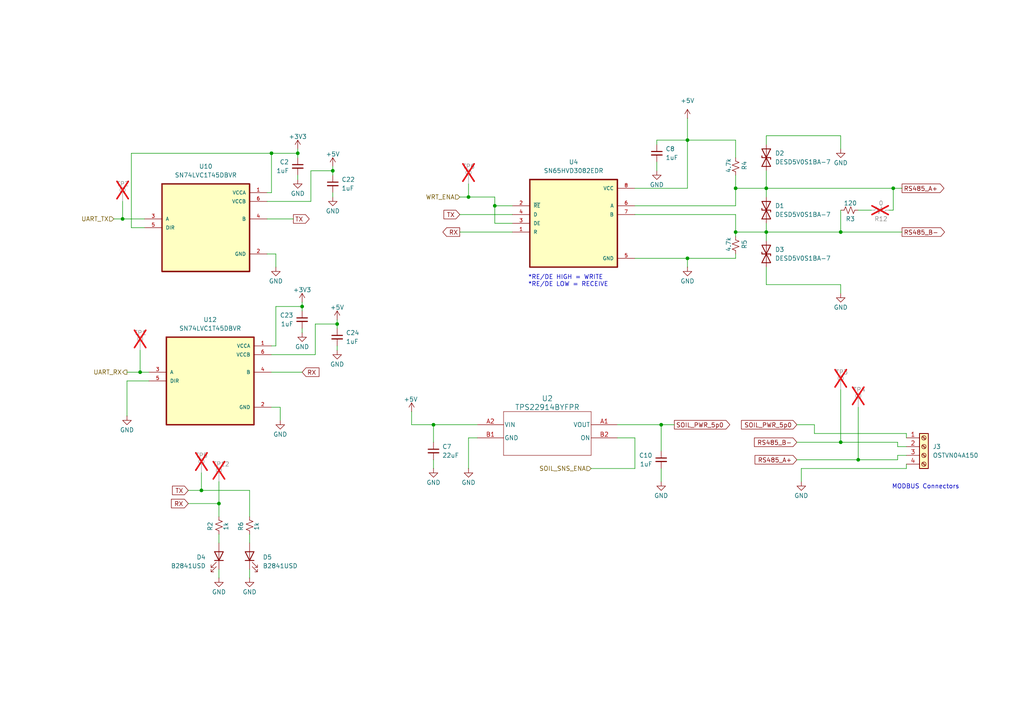
<source format=kicad_sch>
(kicad_sch (version 20250114) (generator "eeschema") (generator_version "9.0")
  (paper "A4")
  (title_block (title "SproutSyncProto-A-01") (date "2025-07-16") (rev "0.1") (company "SproutSync LTD") (comment 1 "ALL RIGHTS RESERVED") (comment 2 "Drawn By: Thomas Sweeney") (comment 3 "R&D Check:") (comment 4 "MFG Check:"))
  (lib_symbols
    (symbol "Connector:Screw_Terminal_01x04" (pin_names (offset 1.016) (hide yes))
      (property "Reference" "J" (at 0 5.08 0))
      (property "Value" "Screw_Terminal_01x04" (at 0 -7.62 0))
      (symbol "Screw_Terminal_01x04_1_1"
        (rectangle (start -1.27 3.81) (end 1.27 -6.35) (stroke (width 0.254)) (fill (type background)))
        (polyline (pts (xy -0.5334 2.8702) (xy 0.3302 2.032)) (stroke (width 0.1524)))
        (polyline (pts (xy -0.5334 0.3302) (xy 0.3302 -0.508)) (stroke (width 0.1524)))
        (polyline (pts (xy -0.5334 -2.2098) (xy 0.3302 -3.048)) (stroke (width 0.1524)))
        (polyline (pts (xy -0.5334 -4.7498) (xy 0.3302 -5.588)) (stroke (width 0.1524)))
        (polyline (pts (xy -0.3556 3.048) (xy 0.508 2.2098)) (stroke (width 0.1524)))
        (polyline (pts (xy -0.3556 0.508) (xy 0.508 -0.3302)) (stroke (width 0.1524)))
        (polyline (pts (xy -0.3556 -2.032) (xy 0.508 -2.8702)) (stroke (width 0.1524)))
        (polyline (pts (xy -0.3556 -4.572) (xy 0.508 -5.4102)) (stroke (width 0.1524)))
        (circle (center 0 2.54) (radius 0.635) (stroke (width 0.1524)))
        (circle (center 0 0) (radius 0.635) (stroke (width 0.1524)))
        (circle (center 0 -2.54) (radius 0.635) (stroke (width 0.1524)))
        (circle (center 0 -5.08) (radius 0.635) (stroke (width 0.1524)))
        (pin passive line (at -5.08 2.54 0) (length 3.81) (name "Pin_1") (number "1"))
        (pin passive line (at -5.08 0 0) (length 3.81) (name "Pin_2") (number "2"))
        (pin passive line (at -5.08 -2.54 0) (length 3.81) (name "Pin_3") (number "3"))
        (pin passive line (at -5.08 -5.08 0) (length 3.81) (name "Pin_4") (number "4"))
      )
    )
    (symbol "Connector:TestPoint" (pin_numbers (hide yes)) (pin_names (offset 0.762) (hide yes))
      (property "Reference" "TP" (at 0 6.858 0))
      (property "Value" "TestPoint" (at 0 5.08 0))
      (symbol "TestPoint_0_1"
        (circle (center 0 3.302) (radius 0.762))
      )
      (symbol "TestPoint_1_1"
        (pin passive line (at 0 0 90) (length 2.54) (name "1") (number "1"))
      )
    )
    (symbol "Device:C_Small" (pin_numbers (hide yes)) (pin_names (offset 0.254) (hide yes))
      (property "Reference" "C" (at 0.254 1.778 0))
      (property "Value" "C_Small" (at 0.254 -2.032 0))
      (symbol "C_Small_0_1"
        (polyline (pts (xy -1.524 0.508) (xy 1.524 0.508)) (stroke (width 0.3048)))
        (polyline (pts (xy -1.524 -0.508) (xy 1.524 -0.508)) (stroke (width 0.3302)))
      )
      (symbol "C_Small_1_1"
        (pin passive line (at 0 2.54 270) (length 2.032) (name "~") (number "1"))
        (pin passive line (at 0 -2.54 90) (length 2.032) (name "~") (number "2"))
      )
    )
    (symbol "Device:D_TVS" (pin_numbers (hide yes)) (pin_names (offset 1.016) (hide yes))
      (property "Reference" "D" (at 0 2.54 0))
      (property "Value" "D_TVS" (at 0 -2.54 0))
      (symbol "D_TVS_0_1"
        (polyline (pts (xy -2.54 1.27) (xy -2.54 -1.27) (xy 2.54 1.27) (xy 2.54 -1.27) (xy -2.54 1.27)) (stroke (width 0.254)))
        (polyline (pts (xy 0.508 1.27) (xy 0 1.27) (xy 0 -1.27) (xy -0.508 -1.27)) (stroke (width 0.254)))
        (polyline (pts (xy 1.27 0) (xy -1.27 0)))
      )
      (symbol "D_TVS_1_1"
        (pin passive line (at -3.81 0 0) (length 2.54) (name "A1") (number "1"))
        (pin passive line (at 3.81 0 180) (length 2.54) (name "A2") (number "2"))
      )
    )
    (symbol "Device:LED" (pin_numbers (hide yes)) (pin_names (offset 1.016) (hide yes))
      (property "Reference" "D" (at 0 2.54 0))
      (property "Value" "LED" (at 0 -2.54 0))
      (symbol "LED_0_1"
        (polyline (pts (xy -3.048 -0.762) (xy -4.572 -2.286) (xy -3.81 -2.286) (xy -4.572 -2.286) (xy -4.572 -1.524)))
        (polyline (pts (xy -1.778 -0.762) (xy -3.302 -2.286) (xy -2.54 -2.286) (xy -3.302 -2.286) (xy -3.302 -1.524)))
        (polyline (pts (xy -1.27 0) (xy 1.27 0)))
        (polyline (pts (xy -1.27 -1.27) (xy -1.27 1.27)) (stroke (width 0.254)))
        (polyline (pts (xy 1.27 -1.27) (xy 1.27 1.27) (xy -1.27 0) (xy 1.27 -1.27)) (stroke (width 0.254)))
      )
      (symbol "LED_1_1"
        (pin passive line (at -3.81 0 0) (length 2.54) (name "K") (number "1"))
        (pin passive line (at 3.81 0 180) (length 2.54) (name "A") (number "2"))
      )
    )
    (symbol "Device:R_Small_US" (pin_numbers (hide yes)) (pin_names (offset 0.254) (hide yes))
      (property "Reference" "R" (at 0.762 0.508 0))
      (property "Value" "R_Small_US" (at 0.762 -1.016 0))
      (symbol "R_Small_US_1_1"
        (polyline (pts (xy 0 1.524) (xy 1.016 1.143) (xy 0 0.762) (xy -1.016 0.381) (xy 0 0)))
        (polyline (pts (xy 0 0) (xy 1.016 -0.381) (xy 0 -0.762) (xy -1.016 -1.143) (xy 0 -1.524)))
        (pin passive line (at 0 2.54 270) (length 1.016) (name "~") (number "1"))
        (pin passive line (at 0 -2.54 90) (length 1.016) (name "~") (number "2"))
      )
    )
    (symbol "SproutSense:SN65HVD3082EDR" (pin_names (offset 1.016))
      (property "Reference" "U" (at -12.7 13.7 0))
      (property "Value" "SN65HVD3082EDR" (at -12.7 -16.7 0))
      (symbol "SN65HVD3082EDR_0_0"
        (rectangle (start -12.7 -12.7) (end 12.7 12.7) (stroke (width 0.41)) (fill (type background)))
        (pin input line (at -17.78 5.08 0) (length 5.08) (name "~{RE}") (number "2"))
        (pin input line (at -17.78 2.54 0) (length 5.08) (name "D") (number "4"))
        (pin input line (at -17.78 0 0) (length 5.08) (name "DE") (number "3"))
        (pin input line (at -17.78 -2.54 0) (length 5.08) (name "R") (number "1"))
        (pin power_in line (at 17.78 10.16 180) (length 5.08) (name "VCC") (number "8"))
        (pin output line (at 17.78 5.08 180) (length 5.08) (name "A") (number "6"))
        (pin output line (at 17.78 2.54 180) (length 5.08) (name "B") (number "7"))
        (pin power_in line (at 17.78 -10.16 180) (length 5.08) (name "GND") (number "5"))
      )
    )
    (symbol "SproutSense:SN74LVC1T45DBVR" (pin_names (offset 1.016))
      (property "Reference" "U" (at -12.7 13.7 0))
      (property "Value" "SN74LVC1T45DBVR" (at -12.7 -16.7 0))
      (symbol "SN74LVC1T45DBVR_0_0"
        (rectangle (start -12.7 -12.7) (end 12.7 12.7) (stroke (width 0.41)) (fill (type background)))
        (pin input line (at -17.78 2.54 0) (length 5.08) (name "A") (number "3"))
        (pin input line (at -17.78 0 0) (length 5.08) (name "DIR") (number "5"))
        (pin power_in line (at 17.78 10.16 180) (length 5.08) (name "VCCA") (number "1"))
        (pin power_in line (at 17.78 7.62 180) (length 5.08) (name "VCCB") (number "6"))
        (pin output line (at 17.78 2.54 180) (length 5.08) (name "B") (number "4"))
        (pin power_in line (at 17.78 -7.62 180) (length 5.08) (name "GND") (number "2"))
      )
    )
    (symbol "SproutSense:TPS22914BYFPR" (pin_names (offset 0.254))
      (property "Reference" "U" (at 0 10.16 0))
      (property "Value" "TPS22914BYFPR" (at 0 7.62 0))
      (symbol "TPS22914BYFPR_0_1"
        (polyline (pts (xy -12.7 5.08) (xy -12.7 -7.62)) (stroke (width 0.127)))
        (polyline (pts (xy -12.7 -7.62) (xy 12.7 -7.62)) (stroke (width 0.127)))
        (polyline (pts (xy 12.7 5.08) (xy -12.7 5.08)) (stroke (width 0.127)))
        (polyline (pts (xy 12.7 -7.62) (xy 12.7 5.08)) (stroke (width 0.127)))
        (pin input line (at -20.32 1.27 0) (length 7.62) (name "VIN") (number "A2"))
        (pin power_in line (at -20.32 -2.54 0) (length 7.62) (name "GND") (number "B1"))
        (pin output line (at 20.32 1.27 180) (length 7.62) (name "VOUT") (number "A1"))
        (pin input line (at 20.32 -2.54 180) (length 7.62) (name "ON") (number "B2"))
      )
    )
    (symbol "power:+3V3" (power) (pin_numbers (hide yes)) (pin_names (offset 0) (hide yes))
      (property "Value" "+3V3" (at 0 3.556 0))
      (symbol "+3V3_0_1"
        (polyline (pts (xy -0.762 1.27) (xy 0 2.54)))
        (polyline (pts (xy 0 2.54) (xy 0.762 1.27)))
        (polyline (pts (xy 0 0) (xy 0 2.54)))
      )
      (symbol "+3V3_1_1"
        (pin power_in line (at 0 0 90) (length 0) (name "~") (number "1"))
      )
    )
    (symbol "power:+5V" (power) (pin_numbers (hide yes)) (pin_names (offset 0) (hide yes))
      (property "Value" "+5V" (at 0 3.556 0))
      (symbol "+5V_0_1"
        (polyline (pts (xy -0.762 1.27) (xy 0 2.54)))
        (polyline (pts (xy 0 2.54) (xy 0.762 1.27)))
        (polyline (pts (xy 0 0) (xy 0 2.54)))
      )
      (symbol "+5V_1_1"
        (pin power_in line (at 0 0 90) (length 0) (name "~") (number "1"))
      )
    )
    (symbol "power:GND" (power) (pin_numbers (hide yes)) (pin_names (offset 0) (hide yes))
      (property "Value" "GND" (at 0 -3.81 0))
      (symbol "GND_0_1"
        (polyline (pts (xy 0 0) (xy 0 -1.27) (xy 1.27 -1.27) (xy 0 -2.54) (xy -1.27 -1.27) (xy 0 -1.27)))
      )
      (symbol "GND_1_1"
        (pin power_in line (at 0 0 270) (length 0) (name "~") (number "1"))
      )
    )
  )
  (text "*RE/DE HIGH = WRITE\n*RE/DE LOW = RECEIVE" (at 153.162 81.534 0) (effects (font (size 1.27 1.27)) (justify left)))
  (text "MODBUS Connectors" (at 268.478 141.224 0) (effects (font (size 1.27 1.27))))
  (junction (at 87.63 88.9))
  (junction (at 259.08 54.61))
  (junction (at 191.77 123.19))
  (junction (at 63.5 146.05))
  (junction (at 96.52 49.53))
  (junction (at 199.39 40.64))
  (junction (at 125.73 123.19))
  (junction (at 222.25 67.31))
  (junction (at 213.36 67.31))
  (junction (at 35.56 63.5))
  (junction (at 143.51 59.69))
  (junction (at 243.84 67.31))
  (junction (at 199.39 74.93))
  (junction (at 248.92 133.35))
  (junction (at 222.25 54.61))
  (junction (at 86.36 44.45))
  (junction (at 40.64 107.95))
  (junction (at 243.84 128.27))
  (junction (at 58.42 142.24))
  (junction (at 135.89 57.15))
  (junction (at 97.79 93.98))
  (junction (at 78.74 44.45))
  (junction (at 213.36 54.61))
  (wire (pts (xy 199.39 74.93) (xy 199.39 77.47)))
  (wire (pts (xy 90.17 49.53) (xy 96.52 49.53)))
  (wire (pts (xy 213.36 54.61) (xy 222.25 54.61)))
  (wire (pts (xy 135.89 57.15) (xy 143.51 57.15)))
  (wire (pts (xy 190.5 41.91) (xy 190.5 40.64)))
  (wire (pts (xy 119.38 119.38) (xy 119.38 123.19)))
  (wire (pts (xy 262.89 125.73) (xy 262.89 127)))
  (wire (pts (xy 63.5 154.94) (xy 63.5 157.48)))
  (wire (pts (xy 199.39 40.64) (xy 213.36 40.64)))
  (wire (pts (xy 97.79 93.98) (xy 97.79 95.25)))
  (wire (pts (xy 54.61 146.05) (xy 63.5 146.05)))
  (wire (pts (xy 191.77 123.19) (xy 191.77 130.81)))
  (wire (pts (xy 96.52 48.26) (xy 96.52 49.53)))
  (wire (pts (xy 260.35 129.54) (xy 262.89 129.54)))
  (wire (pts (xy 87.63 95.25) (xy 87.63 96.52)))
  (wire (pts (xy 222.25 82.55) (xy 243.84 82.55)))
  (wire (pts (xy 63.5 139.7) (xy 63.5 146.05)))
  (wire (pts (xy 80.01 100.33) (xy 78.74 100.33)))
  (wire (pts (xy 222.25 54.61) (xy 259.08 54.61)))
  (wire (pts (xy 231.14 128.27) (xy 243.84 128.27)))
  (wire (pts (xy 133.35 57.15) (xy 135.89 57.15)))
  (wire (pts (xy 40.64 107.95) (xy 43.18 107.95)))
  (wire (pts (xy 262.89 135.89) (xy 262.89 134.62)))
  (wire (pts (xy 96.52 49.53) (xy 96.52 50.8)))
  (wire (pts (xy 96.52 55.88) (xy 96.52 57.15)))
  (wire (pts (xy 125.73 128.27) (xy 125.73 123.19)))
  (wire (pts (xy 36.83 110.49) (xy 43.18 110.49)))
  (wire (pts (xy 213.36 50.8) (xy 213.36 54.61)))
  (wire (pts (xy 77.47 63.5) (xy 85.09 63.5)))
  (wire (pts (xy 91.44 102.87) (xy 91.44 93.98)))
  (wire (pts (xy 36.83 107.95) (xy 40.64 107.95)))
  (wire (pts (xy 81.28 118.11) (xy 81.28 121.92)))
  (wire (pts (xy 40.64 101.6) (xy 40.64 107.95)))
  (wire (pts (xy 222.25 39.37) (xy 243.84 39.37)))
  (wire (pts (xy 171.45 135.89) (xy 184.15 135.89)))
  (wire (pts (xy 78.74 102.87) (xy 91.44 102.87)))
  (wire (pts (xy 36.83 110.49) (xy 36.83 120.65)))
  (wire (pts (xy 63.5 149.86) (xy 63.5 146.05)))
  (wire (pts (xy 243.84 113.03) (xy 243.84 128.27)))
  (wire (pts (xy 248.92 133.35) (xy 260.35 133.35)))
  (wire (pts (xy 143.51 64.77) (xy 143.51 59.69)))
  (wire (pts (xy 257.81 60.96) (xy 259.08 60.96)))
  (wire (pts (xy 97.79 92.71) (xy 97.79 93.98)))
  (wire (pts (xy 191.77 135.89) (xy 191.77 139.7)))
  (wire (pts (xy 259.08 54.61) (xy 259.08 60.96)))
  (wire (pts (xy 58.42 137.16) (xy 58.42 142.24)))
  (wire (pts (xy 80.01 88.9) (xy 87.63 88.9)))
  (wire (pts (xy 243.84 39.37) (xy 243.84 43.18)))
  (wire (pts (xy 232.41 135.89) (xy 262.89 135.89)))
  (wire (pts (xy 213.36 67.31) (xy 213.36 68.58)))
  (wire (pts (xy 119.38 123.19) (xy 125.73 123.19)))
  (wire (pts (xy 77.47 58.42) (xy 90.17 58.42)))
  (wire (pts (xy 78.74 44.45) (xy 86.36 44.45)))
  (wire (pts (xy 78.74 107.95) (xy 87.63 107.95)))
  (wire (pts (xy 91.44 93.98) (xy 97.79 93.98)))
  (wire (pts (xy 72.39 149.86) (xy 72.39 142.24)))
  (wire (pts (xy 72.39 154.94) (xy 72.39 157.48)))
  (wire (pts (xy 222.25 41.91) (xy 222.25 39.37)))
  (wire (pts (xy 191.77 123.19) (xy 195.58 123.19)))
  (wire (pts (xy 213.36 73.66) (xy 213.36 74.93)))
  (wire (pts (xy 222.25 49.53) (xy 222.25 54.61)))
  (wire (pts (xy 90.17 58.42) (xy 90.17 49.53)))
  (wire (pts (xy 243.84 82.55) (xy 243.84 85.09)))
  (wire (pts (xy 184.15 62.23) (xy 213.36 62.23)))
  (wire (pts (xy 222.25 67.31) (xy 222.25 69.85)))
  (wire (pts (xy 222.25 77.47) (xy 222.25 82.55)))
  (wire (pts (xy 236.22 123.19) (xy 236.22 125.73)))
  (wire (pts (xy 72.39 165.1) (xy 72.39 167.64)))
  (wire (pts (xy 80.01 100.33) (xy 80.01 88.9)))
  (wire (pts (xy 133.35 67.31) (xy 148.59 67.31)))
  (wire (pts (xy 78.74 55.88) (xy 77.47 55.88)))
  (wire (pts (xy 236.22 123.19) (xy 231.14 123.19)))
  (wire (pts (xy 190.5 46.99) (xy 190.5 49.53)))
  (wire (pts (xy 143.51 59.69) (xy 148.59 59.69)))
  (wire (pts (xy 78.74 55.88) (xy 78.74 44.45)))
  (wire (pts (xy 54.61 142.24) (xy 58.42 142.24)))
  (wire (pts (xy 236.22 125.73) (xy 262.89 125.73)))
  (wire (pts (xy 86.36 50.8) (xy 86.36 52.07)))
  (wire (pts (xy 33.02 63.5) (xy 35.56 63.5)))
  (wire (pts (xy 259.08 54.61) (xy 261.62 54.61)))
  (wire (pts (xy 133.35 62.23) (xy 148.59 62.23)))
  (wire (pts (xy 199.39 40.64) (xy 199.39 54.61)))
  (wire (pts (xy 190.5 40.64) (xy 199.39 40.64)))
  (wire (pts (xy 248.92 118.11) (xy 248.92 133.35)))
  (wire (pts (xy 77.47 73.66) (xy 80.01 73.66)))
  (wire (pts (xy 260.35 133.35) (xy 260.35 132.08)))
  (wire (pts (xy 38.1 44.45) (xy 78.74 44.45)))
  (wire (pts (xy 199.39 74.93) (xy 213.36 74.93)))
  (wire (pts (xy 260.35 128.27) (xy 260.35 129.54)))
  (wire (pts (xy 243.84 128.27) (xy 260.35 128.27)))
  (wire (pts (xy 87.63 88.9) (xy 87.63 90.17)))
  (wire (pts (xy 97.79 100.33) (xy 97.79 101.6)))
  (wire (pts (xy 243.84 67.31) (xy 261.62 67.31)))
  (wire (pts (xy 248.92 60.96) (xy 252.73 60.96)))
  (wire (pts (xy 213.36 67.31) (xy 222.25 67.31)))
  (wire (pts (xy 58.42 142.24) (xy 72.39 142.24)))
  (wire (pts (xy 179.07 123.19) (xy 191.77 123.19)))
  (wire (pts (xy 222.25 64.77) (xy 222.25 67.31)))
  (wire (pts (xy 213.36 62.23) (xy 213.36 67.31)))
  (wire (pts (xy 222.25 54.61) (xy 222.25 57.15)))
  (wire (pts (xy 184.15 127) (xy 179.07 127)))
  (wire (pts (xy 86.36 43.18) (xy 86.36 44.45)))
  (wire (pts (xy 213.36 59.69) (xy 213.36 54.61)))
  (wire (pts (xy 138.43 127) (xy 135.89 127)))
  (wire (pts (xy 38.1 66.04) (xy 38.1 44.45)))
  (wire (pts (xy 87.63 87.63) (xy 87.63 88.9)))
  (wire (pts (xy 148.59 64.77) (xy 143.51 64.77)))
  (wire (pts (xy 243.84 60.96) (xy 243.84 67.31)))
  (wire (pts (xy 125.73 133.35) (xy 125.73 135.89)))
  (wire (pts (xy 63.5 165.1) (xy 63.5 167.64)))
  (wire (pts (xy 35.56 58.42) (xy 35.56 63.5)))
  (wire (pts (xy 231.14 133.35) (xy 248.92 133.35)))
  (wire (pts (xy 222.25 67.31) (xy 243.84 67.31)))
  (wire (pts (xy 125.73 123.19) (xy 138.43 123.19)))
  (wire (pts (xy 135.89 53.34) (xy 135.89 57.15)))
  (wire (pts (xy 232.41 135.89) (xy 232.41 139.7)))
  (wire (pts (xy 184.15 74.93) (xy 199.39 74.93)))
  (wire (pts (xy 135.89 127) (xy 135.89 135.89)))
  (wire (pts (xy 199.39 34.29) (xy 199.39 40.64)))
  (wire (pts (xy 184.15 54.61) (xy 199.39 54.61)))
  (wire (pts (xy 260.35 132.08) (xy 262.89 132.08)))
  (wire (pts (xy 41.91 66.04) (xy 38.1 66.04)))
  (wire (pts (xy 35.56 63.5) (xy 41.91 63.5)))
  (wire (pts (xy 80.01 73.66) (xy 80.01 77.47)))
  (wire (pts (xy 184.15 59.69) (xy 213.36 59.69)))
  (wire (pts (xy 78.74 118.11) (xy 81.28 118.11)))
  (wire (pts (xy 86.36 44.45) (xy 86.36 45.72)))
  (wire (pts (xy 213.36 40.64) (xy 213.36 45.72)))
  (wire (pts (xy 184.15 135.89) (xy 184.15 127)))
  (wire (pts (xy 143.51 57.15) (xy 143.51 59.69)))
  (global_label "TX" (shape input) (at 54.61 142.24 180) (property "Intersheetrefs" "${INTERSHEET_REFS}" (effects (hide yes))))
  (global_label "RS485_B-" (shape input) (at 231.14 128.27 180) (property "Intersheetrefs" "${INTERSHEET_REFS}" (effects (hide yes))))
  (global_label "RX" (shape output) (at 133.35 67.31 180) (property "Intersheetrefs" "${INTERSHEET_REFS}" (effects (hide yes))))
  (global_label "RS485_A+" (shape input) (at 231.14 133.35 180) (property "Intersheetrefs" "${INTERSHEET_REFS}" (effects (hide yes))))
  (global_label "SOIL_PWR_5p0" (shape input) (at 231.14 123.19 180) (property "Intersheetrefs" "${INTERSHEET_REFS}" (effects (hide yes))))
  (global_label "RX" (shape input) (at 54.61 146.05 180) (property "Intersheetrefs" "${INTERSHEET_REFS}" (effects (hide yes))))
  (global_label "RS485_A+" (shape output) (at 261.62 54.61 0) (property "Intersheetrefs" "${INTERSHEET_REFS}" (effects (hide yes))))
  (global_label "RX" (shape input) (at 87.63 107.95 0) (property "Intersheetrefs" "${INTERSHEET_REFS}" (effects (hide yes))))
  (global_label "TX" (shape input) (at 133.35 62.23 180) (property "Intersheetrefs" "${INTERSHEET_REFS}" (effects (hide yes))))
  (global_label "SOIL_PWR_5p0" (shape output) (at 195.58 123.19 0) (property "Intersheetrefs" "${INTERSHEET_REFS}" (effects (hide yes))))
  (global_label "TX" (shape output) (at 85.09 63.5 0) (property "Intersheetrefs" "${INTERSHEET_REFS}" (effects (hide yes))))
  (global_label "RS485_B-" (shape output) (at 261.62 67.31 0) (property "Intersheetrefs" "${INTERSHEET_REFS}" (effects (hide yes))))
  (hierarchical_label "WRT_ENA" (shape input) (at 133.35 57.15 180))
  (hierarchical_label "UART_RX" (shape output) (at 36.83 107.95 180))
  (hierarchical_label "SOIL_SNS_ENA" (shape input) (at 171.45 135.89 180))
  (hierarchical_label "UART_TX" (shape input) (at 33.02 63.5 180))
  (symbol (lib_id "power:+3V3") (at 87.63 87.63 0) (mirror y) (unit 1)
    (property "Reference" "#PWR076" (effects (hide yes)))
    (property "Value" "+3V3" (at 87.63 84.074 0))
    (property "Description" "Power symbol creates a global label with name \"+3V3\"" (effects (hide yes)))
  )
  (symbol (lib_id "power:GND") (at 63.5 167.64 0) (unit 1)
    (property "Reference" "#PWR06" (effects (hide yes)))
    (property "Value" "GND" (at 63.5 171.704 0))
    (property "Description" "Power symbol creates a global label with name \"GND\" , ground" (effects (hide yes)))
  )
  (symbol (lib_id "Connector:TestPoint") (at 40.64 101.6 0) (unit 1) (dnp yes)
    (property "Reference" "TP1" (at 38.862 96.52 0) (effects (justify left)))
    (property "Value" "TestPoint" (effects (hide yes)))
    (property "Footprint" "TestPoint:TestPoint_Pad_D1.0mm" (effects (hide yes)))
    (property "Description" "test point" (effects (hide yes)))
  )
  (symbol (lib_id "power:+5V") (at 96.52 48.26 0) (unit 1)
    (property "Reference" "#PWR060" (effects (hide yes)))
    (property "Value" "+5V" (at 96.52 44.704 0))
    (property "Description" "Power symbol creates a global label with name \"+5V\"" (effects (hide yes)))
  )
  (symbol (lib_id "Device:R_Small_US") (at 213.36 71.12 180) (unit 1)
    (property "Reference" "R5" (at 215.9 70.866 90))
    (property "Value" "4.7k" (at 211.328 70.866 90))
    (property "Footprint" "Resistor_SMD:R_0402_1005Metric" (effects (hide yes)))
    (property "Datasheet" "https://www.yageo.com/upload/media/product/products/datasheet/rchip/PYu-RC_Group_51_RoHS_L_12.pdf" (effects (hide yes)))
    (property "Description" "RES 4.7K OHM 5% 1/16W 0402" (effects (hide yes)))
    (property "Distributor Prt #" "311-4.7KJRCT-ND" (effects (hide yes)))
    (property "Manuf Prt #" "	 RC0402JR-074K7L" (effects (hide yes)))
  )
  (symbol (lib_id "power:GND") (at 87.63 96.52 0) (mirror y) (unit 1)
    (property "Reference" "#PWR077" (effects (hide yes)))
    (property "Value" "GND" (at 87.63 100.584 0))
    (property "Description" "Power symbol creates a global label with name \"GND\" , ground" (effects (hide yes)))
  )
  (symbol (lib_id "Device:C_Small") (at 96.52 53.34 0) (unit 1)
    (property "Reference" "C22" (at 99.06 52.0762 0) (effects (justify left)))
    (property "Value" "1uF" (at 99.06 54.6162 0) (effects (justify left)))
    (property "Footprint" "Capacitor_SMD:C_0402_1005Metric" (effects (hide yes)))
    (property "Datasheet" "https://search.murata.co.jp/Ceramy/image/img/A01X/G101/ENG/GRM155R70J105KA12-01.pdf" (effects (hide yes)))
    (property "Description" "CAP CER 1UF 6.3V X7R 0402" (effects (hide yes)))
    (property "Distributor Prt #" "490-10024-1-ND - Cut Tape (CT)" (effects (hide yes)))
    (property "Manuf Prt #" "GRM155R70J105KA12D" (effects (hide yes)))
  )
  (symbol (lib_id "Device:R_Small_US") (at 63.5 152.4 0) (unit 1)
    (property "Reference" "R2" (at 60.96 152.654 90))
    (property "Value" "1k" (at 65.532 152.654 90))
    (property "Footprint" "Resistor_SMD:R_0402_1005Metric" (effects (hide yes)))
    (property "Datasheet" "https://www.yageo.com/upload/media/product/products/datasheet/rchip/PYu-RC_Group_51_RoHS_L_12.pdf" (effects (hide yes)))
    (property "Description" "RES 1K OHM 5% 1/16W 0402" (effects (hide yes)))
    (property "Distributor Prt #" "311-1.0KJRCT-ND" (effects (hide yes)))
    (property "Manuf Prt #" "RC0402JR-071KL" (effects (hide yes)))
  )
  (symbol (lib_id "Device:R_Small_US") (at 72.39 152.4 0) (unit 1)
    (property "Reference" "R6" (at 69.85 152.654 90))
    (property "Value" "1k" (at 74.422 152.654 90))
    (property "Footprint" "Resistor_SMD:R_0402_1005Metric" (effects (hide yes)))
    (property "Datasheet" "https://www.yageo.com/upload/media/product/products/datasheet/rchip/PYu-RC_Group_51_RoHS_L_12.pdf" (effects (hide yes)))
    (property "Description" "RES 1K OHM 5% 1/16W 0402" (effects (hide yes)))
    (property "Distributor Prt #" "311-1.0KJRCT-ND" (effects (hide yes)))
    (property "Manuf Prt #" "RC0402JR-071KL" (effects (hide yes)))
  )
  (symbol (lib_id "Device:C_Small") (at 87.63 92.71 0) (mirror y) (unit 1)
    (property "Reference" "C23" (at 85.09 91.4462 0) (effects (justify left)))
    (property "Value" "1uF" (at 85.09 93.9862 0) (effects (justify left)))
    (property "Footprint" "Capacitor_SMD:C_0402_1005Metric" (effects (hide yes)))
    (property "Datasheet" "https://search.murata.co.jp/Ceramy/image/img/A01X/G101/ENG/GRM155R70J105KA12-01.pdf" (effects (hide yes)))
    (property "Description" "CAP CER 1UF 6.3V X7R 0402" (effects (hide yes)))
    (property "Distributor Prt #" "490-10024-1-ND - Cut Tape (CT)" (effects (hide yes)))
    (property "Manuf Prt #" "GRM155R70J105KA12D" (effects (hide yes)))
  )
  (symbol (lib_id "power:GND") (at 190.5 49.53 0) (unit 1)
    (property "Reference" "#PWR049" (effects (hide yes)))
    (property "Value" "GND" (at 190.5 53.594 0))
    (property "Description" "Power symbol creates a global label with name \"GND\" , ground" (effects (hide yes)))
  )
  (symbol (lib_id "Device:C_Small") (at 86.36 48.26 0) (mirror y) (unit 1)
    (property "Reference" "C2" (at 83.82 46.9962 0) (effects (justify left)))
    (property "Value" "1uF" (at 83.82 49.5362 0) (effects (justify left)))
    (property "Footprint" "Capacitor_SMD:C_0402_1005Metric" (effects (hide yes)))
    (property "Datasheet" "https://search.murata.co.jp/Ceramy/image/img/A01X/G101/ENG/GRM155R70J105KA12-01.pdf" (effects (hide yes)))
    (property "Description" "CAP CER 1UF 6.3V X7R 0402" (effects (hide yes)))
    (property "Distributor Prt #" "490-10024-1-ND - Cut Tape (CT)" (effects (hide yes)))
    (property "Manuf Prt #" "GRM155R70J105KA12D" (effects (hide yes)))
  )
  (symbol (lib_id "SproutSense:TPS22914BYFPR") (at 158.75 124.46 0) (unit 1)
    (property "Reference" "U2" (at 158.75 115.57 0) (effects (font (size 1.524 1.524))))
    (property "Value" "TPS22914BYFPR" (at 158.75 118.11 0) (effects (font (size 1.524 1.524))))
    (property "Footprint" "SproutSenseFootprints:YFP4_TEX" (effects (hide yes)))
    (property "Datasheet" "https://www.ti.com/lit/gpn/tps22914" (effects (hide yes)))
    (property "Description" "IC PWR SWITCH N-CHAN 1:1 4DSBGA" (effects (hide yes)))
    (property "Distributor Prt #" "296-TPS22914BYFPRCT-ND" (effects (hide yes)))
    (property "Manuf Prt #" "	 TPS22914BYFPR" (effects (hide yes)))
  )
  (symbol (lib_id "power:GND") (at 199.39 77.47 0) (unit 1)
    (property "Reference" "#PWR050" (effects (hide yes)))
    (property "Value" "GND" (at 199.39 81.534 0))
    (property "Description" "Power symbol creates a global label with name \"GND\" , ground" (effects (hide yes)))
  )
  (symbol (lib_id "Device:C_Small") (at 125.73 130.81 0) (unit 1)
    (property "Reference" "C7" (at 128.27 129.5462 0) (effects (justify left)))
    (property "Value" "22uF" (at 128.27 132.0862 0) (effects (justify left)))
    (property "Footprint" "Capacitor_SMD:C_0402_1005Metric" (effects (hide yes)))
    (property "Datasheet" "https://search.murata.co.jp/Ceramy/image/img/A01X/G101/ENG/GRM21BZ71A226ME15-01.pdf" (effects (hide yes)))
    (property "Description" "CAP CER 22UF 6.3V X5R 0402" (effects (hide yes)))
    (property "Distributor Prt #" "490-GRM158R60J226ME01DCT-ND" (effects (hide yes)))
    (property "Manuf Prt #" "GRM158R60J226ME01D" (effects (hide yes)))
  )
  (symbol (lib_id "Device:D_TVS") (at 222.25 45.72 90) (unit 1)
    (property "Reference" "D2" (at 224.79 44.4499 90) (effects (justify right)))
    (property "Value" "DESD5V0S1BA-7" (at 224.79 46.9899 90) (effects (justify right)))
    (property "Footprint" "Diode_SMD:D_SOD-323" (effects (hide yes)))
    (property "Datasheet" "https://www.diodes.com/assets/Datasheets/DESD5V0S1BA.pdf" (effects (hide yes)))
    (property "Description" "TVS DIODE 5VWM 14VC SOD323" (effects (hide yes)))
    (property "Distributor Prt #" "DESD5V0S1BA-7DICT-ND" (effects (hide yes)))
    (property "Manuf Prt #" "  DESD5V0S1BA-7" (effects (hide yes)))
  )
  (symbol (lib_id "Device:R_Small_US") (at 246.38 60.96 90) (unit 1)
    (property "Reference" "R3" (at 246.634 63.5 90))
    (property "Value" "120" (at 246.634 58.928 90))
    (property "Footprint" "Resistor_SMD:R_0402_1005Metric" (effects (hide yes)))
    (property "Datasheet" "https://www.yageo.com/upload/media/product/products/datasheet/rchip/PYu-RC_Group_51_RoHS_L_12.pdf" (effects (hide yes)))
    (property "Description" "RES 120 OHM 5% 1/16W 0402" (effects (hide yes)))
    (property "Distributor Prt #" "311-120JRCT-ND" (effects (hide yes)))
    (property "Manuf Prt #" "RC0402JR-07120RL" (effects (hide yes)))
  )
  (symbol (lib_id "Device:R_Small_US") (at 255.27 60.96 90) (unit 1) (in_bom no) (dnp yes)
    (property "Reference" "R12" (at 255.524 63.5 90))
    (property "Value" "0" (at 255.524 58.928 90))
    (property "Footprint" "Resistor_SMD:R_0402_1005Metric" (effects (hide yes)))
    (property "Datasheet" "https://www.yageo.com/upload/media/product/products/datasheet/rchip/PYu-RC_Group_51_RoHS_L_12.pdf" (effects (hide yes)))
    (property "Description" "RES 120 OHM 5% 1/16W 0402" (effects (hide yes)))
    (property "Distributor Prt #" "311-120JRCT-ND" (effects (hide yes)))
    (property "Manuf Prt #" "RC0402JR-07120RL" (effects (hide yes)))
  )
  (symbol (lib_id "power:GND") (at 86.36 52.07 0) (mirror y) (unit 1)
    (property "Reference" "#PWR058" (effects (hide yes)))
    (property "Value" "GND" (at 86.36 56.134 0))
    (property "Description" "Power symbol creates a global label with name \"GND\" , ground" (effects (hide yes)))
  )
  (symbol (lib_id "SproutSense:SN74LVC1T45DBVR") (at 59.69 66.04 0) (unit 1)
    (property "Reference" "U10" (at 59.69 48.26 0))
    (property "Value" "SN74LVC1T45DBVR" (at 59.69 50.8 0))
    (property "Footprint" "SN74LVC1T45DBVR:SOT95P280X145-6N" (effects (hide yes)))
  )
  (symbol (lib_id "Connector:TestPoint") (at 248.92 118.11 0) (unit 1) (dnp yes)
    (property "Reference" "TP4" (at 247.396 113.03 0) (effects (justify left)))
    (property "Value" "TestPoint" (effects (hide yes)))
    (property "Footprint" "TestPoint:TestPoint_Pad_D1.0mm" (effects (hide yes)))
    (property "Description" "test point" (effects (hide yes)))
  )
  (symbol (lib_id "power:GND") (at 80.01 77.47 0) (unit 1)
    (property "Reference" "#PWR074" (effects (hide yes)))
    (property "Value" "GND" (at 80.01 81.534 0))
    (property "Description" "Power symbol creates a global label with name \"GND\" , ground" (effects (hide yes)))
  )
  (symbol (lib_id "Device:LED") (at 72.39 161.29 90) (unit 1)
    (property "Reference" "D5" (at 76.2 161.6074 90) (effects (justify right)))
    (property "Value" "B2841USD" (at 76.2 164.1474 90) (effects (justify right)))
    (property "Footprint" "LED_SMD:LED_0402_1005Metric" (effects (hide yes)))
    (property "Datasheet" "https://mm.digikey.com/Volume0/opasdata/d220001/medias/docus/4496/B2841USD-20D001014U1930.pdf" (effects (hide yes)))
    (property "Description" "LED RED DIFFUSED 0402 SMD" (effects (hide yes)))
    (property "Distributor Prt #" "3147-B2841USD-20D001014U1930CT-ND" (effects (hide yes)))
    (property "Manuf Prt #" "B2841USD-20D001014U1930" (effects (hide yes)))
  )
  (symbol (lib_id "power:GND") (at 243.84 43.18 0) (unit 1)
    (property "Reference" "#PWR026" (effects (hide yes)))
    (property "Value" "GND" (at 243.84 47.244 0))
    (property "Description" "Power symbol creates a global label with name \"GND\" , ground" (effects (hide yes)))
  )
  (symbol (lib_id "power:+5V") (at 119.38 119.38 0) (unit 1)
    (property "Reference" "#PWR012" (effects (hide yes)))
    (property "Value" "+5V" (at 119.126 115.824 0))
    (property "Description" "Power symbol creates a global label with name \"+5V\"" (effects (hide yes)))
  )
  (symbol (lib_id "Connector:TestPoint") (at 63.5 139.7 0) (unit 1) (dnp yes)
    (property "Reference" "TP12" (at 61.722 134.62 0) (effects (justify left)))
    (property "Value" "TestPoint" (effects (hide yes)))
    (property "Footprint" "TestPoint:TestPoint_Pad_D1.0mm" (effects (hide yes)))
    (property "Description" "test point" (effects (hide yes)))
  )
  (symbol (lib_id "power:+5V") (at 199.39 34.29 0) (unit 1)
    (property "Reference" "#PWR023" (effects (hide yes)))
    (property "Value" "+5V" (at 199.39 29.21 0))
    (property "Description" "Power symbol creates a global label with name \"+5V\"" (effects (hide yes)))
  )
  (symbol (lib_id "power:GND") (at 36.83 120.65 0) (unit 1)
    (property "Reference" "#PWR080" (effects (hide yes)))
    (property "Value" "GND" (at 36.83 124.714 0))
    (property "Description" "Power symbol creates a global label with name \"GND\" , ground" (effects (hide yes)))
  )
  (symbol (lib_id "power:GND") (at 72.39 167.64 0) (unit 1)
    (property "Reference" "#PWR017" (effects (hide yes)))
    (property "Value" "GND" (at 72.39 171.704 0))
    (property "Description" "Power symbol creates a global label with name \"GND\" , ground" (effects (hide yes)))
  )
  (symbol (lib_id "power:GND") (at 81.28 121.92 0) (unit 1)
    (property "Reference" "#PWR075" (effects (hide yes)))
    (property "Value" "GND" (at 81.28 125.984 0))
    (property "Description" "Power symbol creates a global label with name \"GND\" , ground" (effects (hide yes)))
  )
  (symbol (lib_id "power:GND") (at 191.77 139.7 0) (unit 1)
    (property "Reference" "#PWR025" (effects (hide yes)))
    (property "Value" "GND" (at 191.77 143.764 0))
    (property "Description" "Power symbol creates a global label with name \"GND\" , ground" (effects (hide yes)))
  )
  (symbol (lib_id "power:+5V") (at 97.79 92.71 0) (unit 1)
    (property "Reference" "#PWR078" (effects (hide yes)))
    (property "Value" "+5V" (at 97.79 89.154 0))
    (property "Description" "Power symbol creates a global label with name \"+5V\"" (effects (hide yes)))
  )
  (symbol (lib_id "Device:C_Small") (at 97.79 97.79 0) (unit 1)
    (property "Reference" "C24" (at 100.33 96.5262 0) (effects (justify left)))
    (property "Value" "1uF" (at 100.33 99.0662 0) (effects (justify left)))
    (property "Footprint" "Capacitor_SMD:C_0402_1005Metric" (effects (hide yes)))
    (property "Datasheet" "https://search.murata.co.jp/Ceramy/image/img/A01X/G101/ENG/GRM155R70J105KA12-01.pdf" (effects (hide yes)))
    (property "Description" "CAP CER 1UF 6.3V X7R 0402" (effects (hide yes)))
    (property "Distributor Prt #" "490-10024-1-ND - Cut Tape (CT)" (effects (hide yes)))
    (property "Manuf Prt #" "GRM155R70J105KA12D" (effects (hide yes)))
  )
  (symbol (lib_id "Device:D_TVS") (at 222.25 60.96 90) (unit 1)
    (property "Reference" "D1" (at 224.79 59.6899 90) (effects (justify right)))
    (property "Value" "DESD5V0S1BA-7" (at 224.79 62.2299 90) (effects (justify right)))
    (property "Footprint" "Diode_SMD:D_SOD-323" (effects (hide yes)))
    (property "Datasheet" "https://www.diodes.com/assets/Datasheets/DESD5V0S1BA.pdf" (effects (hide yes)))
    (property "Description" "TVS DIODE 5VWM 14VC SOD323" (effects (hide yes)))
    (property "Distributor Prt #" "DESD5V0S1BA-7DICT-ND" (effects (hide yes)))
    (property "Manuf Prt #" "  DESD5V0S1BA-7" (effects (hide yes)))
  )
  (symbol (lib_id "Connector:TestPoint") (at 243.84 113.03 0) (unit 1) (dnp yes)
    (property "Reference" "TP3" (at 242.316 107.95 0) (effects (justify left)))
    (property "Value" "TestPoint" (effects (hide yes)))
    (property "Footprint" "TestPoint:TestPoint_Pad_D1.0mm" (effects (hide yes)))
    (property "Description" "test point" (effects (hide yes)))
  )
  (symbol (lib_id "power:GND") (at 125.73 135.89 0) (unit 1)
    (property "Reference" "#PWR011" (effects (hide yes)))
    (property "Value" "GND" (at 125.73 139.954 0))
    (property "Description" "Power symbol creates a global label with name \"GND\" , ground" (effects (hide yes)))
  )
  (symbol (lib_id "Connector:TestPoint") (at 58.42 137.16 0) (unit 1) (dnp yes)
    (property "Reference" "TP5" (at 56.642 132.08 0) (effects (justify left)))
    (property "Value" "TestPoint" (effects (hide yes)))
    (property "Footprint" "TestPoint:TestPoint_Pad_D1.0mm" (effects (hide yes)))
    (property "Description" "test point" (effects (hide yes)))
  )
  (symbol (lib_id "power:GND") (at 135.89 135.89 0) (unit 1)
    (property "Reference" "#PWR03" (effects (hide yes)))
    (property "Value" "GND" (at 135.89 139.954 0))
    (property "Description" "Power symbol creates a global label with name \"GND\" , ground" (effects (hide yes)))
  )
  (symbol (lib_id "Device:C_Small") (at 190.5 44.45 0) (unit 1)
    (property "Reference" "C8" (at 193.04 43.1862 0) (effects (justify left)))
    (property "Value" "1uF" (at 193.04 45.7262 0) (effects (justify left)))
    (property "Footprint" "Capacitor_SMD:C_0402_1005Metric" (effects (hide yes)))
    (property "Datasheet" "https://search.murata.co.jp/Ceramy/image/img/A01X/G101/ENG/GRM155R70J105KA12-01.pdf" (effects (hide yes)))
    (property "Description" "CAP CER 1UF 6.3V X7R 0402" (effects (hide yes)))
    (property "Distributor Prt #" "490-10024-1-ND - Cut Tape (CT)" (effects (hide yes)))
    (property "Manuf Prt #" "GRM155R70J105KA12D" (effects (hide yes)))
  )
  (symbol (lib_id "power:GND") (at 97.79 101.6 0) (unit 1)
    (property "Reference" "#PWR079" (effects (hide yes)))
    (property "Value" "GND" (at 97.79 105.664 0))
    (property "Description" "Power symbol creates a global label with name \"GND\" , ground" (effects (hide yes)))
  )
  (symbol (lib_id "Device:R_Small_US") (at 213.36 48.26 180) (unit 1)
    (property "Reference" "R4" (at 215.9 48.006 90))
    (property "Value" "4.7k" (at 211.328 48.006 90))
    (property "Footprint" "Resistor_SMD:R_0402_1005Metric" (effects (hide yes)))
    (property "Datasheet" "https://www.yageo.com/upload/media/product/products/datasheet/rchip/PYu-RC_Group_51_RoHS_L_12.pdf" (effects (hide yes)))
    (property "Description" "RES 4.7K OHM 5% 1/16W 0402" (effects (hide yes)))
    (property "Distributor Prt #" "311-4.7KJRCT-ND" (effects (hide yes)))
    (property "Manuf Prt #" "	 RC0402JR-074K7L" (effects (hide yes)))
  )
  (symbol (lib_id "SproutSense:SN65HVD3082EDR") (at 166.37 64.77 0) (unit 1)
    (property "Reference" "U4" (at 166.37 46.99 0))
    (property "Value" "SN65HVD3082EDR" (at 166.37 49.53 0))
    (property "Footprint" "SproutSenseFootprints:SOIC127P599X175-8N" (effects (hide yes)))
    (property "Datasheet" "https://www.ti.com/lit/ds/symlink/sn65hvd3082e.pdf?ts=1639755616460&ref_url=https%253A%252F%252Fwww.ti.com%252Fsitesearch%252Fdocs%252Funiversalsearch.tsp%253FlangPref%253Den-US%2526searchTerm%253Dsn65hvd3082edr%2526nr%253D16" (effects (hide yes)))
    (property "Description" "IC TRANSCEIVER HALF 1/1 8SOIC" (effects (hide yes)))
    (property "Distributor Prt #" "296-31719-1-ND" (effects (hide yes)))
    (property "Manuf Prt #" "SN65HVD3082EDR" (effects (hide yes)))
  )
  (symbol (lib_id "Device:LED") (at 63.5 161.29 270) (mirror x) (unit 1)
    (property "Reference" "D4" (at 59.69 161.6074 90) (effects (justify right)))
    (property "Value" "B2841USD" (at 59.69 164.1474 90) (effects (justify right)))
    (property "Footprint" "LED_SMD:LED_0402_1005Metric" (effects (hide yes)))
    (property "Datasheet" "https://mm.digikey.com/Volume0/opasdata/d220001/medias/docus/4496/B2841USD-20D001014U1930.pdf" (effects (hide yes)))
    (property "Description" "LED RED DIFFUSED 0402 SMD" (effects (hide yes)))
    (property "Distributor Prt #" "3147-B2841USD-20D001014U1930CT-ND" (effects (hide yes)))
    (property "Manuf Prt #" "B2841USD-20D001014U1930" (effects (hide yes)))
  )
  (symbol (lib_id "power:GND") (at 96.52 57.15 0) (unit 1)
    (property "Reference" "#PWR073" (effects (hide yes)))
    (property "Value" "GND" (at 96.52 61.214 0))
    (property "Description" "Power symbol creates a global label with name \"GND\" , ground" (effects (hide yes)))
  )
  (symbol (lib_id "SproutSense:SN74LVC1T45DBVR") (at 60.96 110.49 0) (unit 1)
    (property "Reference" "U12" (at 60.96 92.71 0))
    (property "Value" "SN74LVC1T45DBVR" (at 60.96 95.25 0))
    (property "Footprint" "SN74LVC1T45DBVR:SOT95P280X145-6N" (effects (hide yes)))
  )
  (symbol (lib_id "Connector:TestPoint") (at 135.89 53.34 0) (unit 1) (dnp yes)
    (property "Reference" "TP6" (at 134.112 48.26 0) (effects (justify left)))
    (property "Value" "TestPoint" (effects (hide yes)))
    (property "Footprint" "TestPoint:TestPoint_Pad_D1.0mm" (effects (hide yes)))
    (property "Description" "test point" (effects (hide yes)))
  )
  (symbol (lib_id "power:+3V3") (at 86.36 43.18 0) (mirror y) (unit 1)
    (property "Reference" "#PWR059" (effects (hide yes)))
    (property "Value" "+3V3" (at 86.36 39.624 0))
    (property "Description" "Power symbol creates a global label with name \"+3V3\"" (effects (hide yes)))
  )
  (symbol (lib_id "Connector:Screw_Terminal_01x04") (at 267.97 129.54 0) (unit 1)
    (property "Reference" "J3" (at 270.51 129.5399 0) (effects (justify left)))
    (property "Value" "OSTVN04A150" (at 270.51 132.0799 0) (effects (justify left)))
    (property "Footprint" "SproutSenseFootprints:CONN_OSTVN04A150_OST" (effects (hide yes)))
    (property "Datasheet" "https://mm.digikey.com/Volume0/opasdata/d220001/medias/docus/1123/OSTVNXXA150.pdf" (effects (hide yes)))
    (property "Description" "TERM BLK 4P SIDE ENT 2.54MM PCB" (effects (hide yes)))
    (property "Distributor Prt #" "ED10563-ND" (effects (hide yes)))
    (property "Manuf Prt #" "OSTVN04A150" (effects (hide yes)))
  )
  (symbol (lib_id "Device:C_Small") (at 191.77 133.35 0) (mirror y) (unit 1)
    (property "Reference" "C10" (at 189.23 132.0862 0) (effects (justify left)))
    (property "Value" "1uF" (at 189.23 134.6262 0) (effects (justify left)))
    (property "Footprint" "Capacitor_SMD:C_0402_1005Metric" (effects (hide yes)))
    (property "Datasheet" "https://search.murata.co.jp/Ceramy/image/img/A01X/G101/ENG/GRM155R70J105KA12-01.pdf" (effects (hide yes)))
    (property "Description" "CAP CER 1UF 6.3V X7R 0402" (effects (hide yes)))
    (property "Distributor Prt #" "490-10024-1-ND - Cut Tape (CT)" (effects (hide yes)))
    (property "Manuf Prt #" "GRM155R70J105KA12D" (effects (hide yes)))
  )
  (symbol (lib_id "Connector:TestPoint") (at 35.56 58.42 0) (unit 1) (dnp yes)
    (property "Reference" "TP2" (at 33.782 53.34 0) (effects (justify left)))
    (property "Value" "TestPoint" (effects (hide yes)))
    (property "Footprint" "TestPoint:TestPoint_Pad_D1.0mm" (effects (hide yes)))
    (property "Description" "test point" (effects (hide yes)))
  )
  (symbol (lib_id "power:GND") (at 232.41 139.7 0) (unit 1)
    (property "Reference" "#PWR014" (effects (hide yes)))
    (property "Value" "GND" (at 232.41 143.764 0))
    (property "Description" "Power symbol creates a global label with name \"GND\" , ground" (effects (hide yes)))
  )
  (symbol (lib_id "Device:D_TVS") (at 222.25 73.66 90) (unit 1)
    (property "Reference" "D3" (at 224.79 72.3899 90) (effects (justify right)))
    (property "Value" "DESD5V0S1BA-7" (at 224.79 74.9299 90) (effects (justify right)))
    (property "Footprint" "Diode_SMD:D_SOD-323" (effects (hide yes)))
    (property "Datasheet" "https://www.diodes.com/assets/Datasheets/DESD5V0S1BA.pdf" (effects (hide yes)))
    (property "Description" "TVS DIODE 5VWM 14VC SOD323" (effects (hide yes)))
    (property "Distributor Prt #" "DESD5V0S1BA-7DICT-ND" (effects (hide yes)))
    (property "Manuf Prt #" "  DESD5V0S1BA-7" (effects (hide yes)))
  )
  (symbol (lib_id "power:GND") (at 243.84 85.09 0) (unit 1)
    (property "Reference" "#PWR029" (effects (hide yes)))
    (property "Value" "GND" (at 243.84 89.154 0))
    (property "Description" "Power symbol creates a global label with name \"GND\" , ground" (effects (hide yes)))
  )
)
</source>
